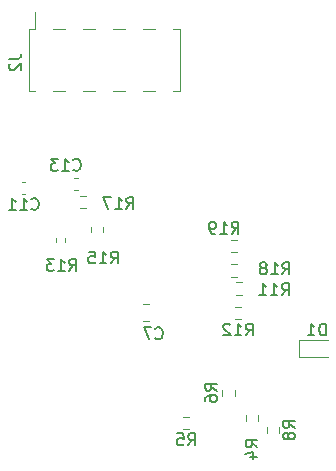
<source format=gbr>
%TF.GenerationSoftware,KiCad,Pcbnew,5.1.12-1.fc35*%
%TF.CreationDate,2022-01-06T14:18:27+00:00*%
%TF.ProjectId,cryosub_power_converter_top_v03,6372796f-7375-4625-9f70-6f7765725f63,rev?*%
%TF.SameCoordinates,Original*%
%TF.FileFunction,Legend,Bot*%
%TF.FilePolarity,Positive*%
%FSLAX45Y45*%
G04 Gerber Fmt 4.5, Leading zero omitted, Abs format (unit mm)*
G04 Created by KiCad (PCBNEW 5.1.12-1.fc35) date 2022-01-06 14:18:27*
%MOMM*%
%LPD*%
G01*
G04 APERTURE LIST*
%ADD10C,0.120000*%
%ADD11C,0.150000*%
%ADD12C,2.700000*%
%ADD13C,1.400000*%
%ADD14C,1.000000*%
%ADD15O,1.740000X2.190000*%
%ADD16R,1.000000X3.150000*%
%ADD17O,2.190000X1.740000*%
G04 APERTURE END LIST*
D10*
%TO.C,R13*%
X10789500Y-12311136D02*
X10789500Y-12341864D01*
X10865500Y-12311136D02*
X10865500Y-12341864D01*
%TO.C,R12*%
X12307028Y-12997250D02*
X12357972Y-12997250D01*
X12307028Y-12892750D02*
X12357972Y-12892750D01*
%TO.C,R11*%
X12365472Y-12682750D02*
X12314528Y-12682750D01*
X12365472Y-12787250D02*
X12314528Y-12787250D01*
%TO.C,R19*%
X12274528Y-12427250D02*
X12325472Y-12427250D01*
X12274528Y-12322750D02*
X12325472Y-12322750D01*
%TO.C,R18*%
X12325472Y-12530250D02*
X12274528Y-12530250D01*
X12325472Y-12634750D02*
X12274528Y-12634750D01*
%TO.C,R17*%
X10993774Y-12054750D02*
X11041226Y-12054750D01*
X10993774Y-11950250D02*
X11041226Y-11950250D01*
%TO.C,R15*%
X11085250Y-12211274D02*
X11085250Y-12258726D01*
X11189750Y-12211274D02*
X11189750Y-12258726D01*
%TO.C,C13*%
X10945942Y-11901000D02*
X10974058Y-11901000D01*
X10945942Y-11799000D02*
X10974058Y-11799000D01*
%TO.C,C11*%
X10503442Y-11933500D02*
X10531558Y-11933500D01*
X10503442Y-11831500D02*
X10531558Y-11831500D01*
%TO.C,D1*%
X13092500Y-13316000D02*
X12846500Y-13316000D01*
X12846500Y-13316000D02*
X12846500Y-13169000D01*
X12846500Y-13169000D02*
X13092500Y-13169000D01*
%TO.C,C7*%
X11528875Y-13011000D02*
X11581125Y-13011000D01*
X11528875Y-12864000D02*
X11581125Y-12864000D01*
%TO.C,J2*%
X10559000Y-10540000D02*
X10559000Y-11060000D01*
X11841000Y-10540000D02*
X11841000Y-11060000D01*
X10616000Y-10396000D02*
X10616000Y-10540000D01*
X10559000Y-10540000D02*
X10616000Y-10540000D01*
X10559000Y-11060000D02*
X10616000Y-11060000D01*
X11784000Y-10540000D02*
X11841000Y-10540000D01*
X11784000Y-11060000D02*
X11841000Y-11060000D01*
X10768000Y-10540000D02*
X10870000Y-10540000D01*
X10768000Y-11060000D02*
X10870000Y-11060000D01*
X11022000Y-10540000D02*
X11124000Y-10540000D01*
X11022000Y-11060000D02*
X11124000Y-11060000D01*
X11276000Y-10540000D02*
X11378000Y-10540000D01*
X11276000Y-11060000D02*
X11378000Y-11060000D01*
X11530000Y-10540000D02*
X11632000Y-10540000D01*
X11530000Y-11060000D02*
X11632000Y-11060000D01*
%TO.C,R4*%
X12397750Y-13808278D02*
X12397750Y-13859222D01*
X12502250Y-13808278D02*
X12502250Y-13859222D01*
%TO.C,R5*%
X11865778Y-13927250D02*
X11916722Y-13927250D01*
X11865778Y-13822750D02*
X11916722Y-13822750D01*
%TO.C,R6*%
X12197750Y-13590778D02*
X12197750Y-13641722D01*
X12302250Y-13590778D02*
X12302250Y-13641722D01*
%TO.C,R8*%
X12572750Y-13959222D02*
X12572750Y-13908278D01*
X12677250Y-13959222D02*
X12677250Y-13908278D01*
%TO.C,R13*%
D11*
X10901786Y-12587738D02*
X10935119Y-12540119D01*
X10958929Y-12587738D02*
X10958929Y-12487738D01*
X10920833Y-12487738D01*
X10911310Y-12492500D01*
X10906548Y-12497262D01*
X10901786Y-12506786D01*
X10901786Y-12521071D01*
X10906548Y-12530595D01*
X10911310Y-12535357D01*
X10920833Y-12540119D01*
X10958929Y-12540119D01*
X10806548Y-12587738D02*
X10863690Y-12587738D01*
X10835119Y-12587738D02*
X10835119Y-12487738D01*
X10844643Y-12502024D01*
X10854167Y-12511548D01*
X10863690Y-12516309D01*
X10773214Y-12487738D02*
X10711310Y-12487738D01*
X10744643Y-12525833D01*
X10730357Y-12525833D01*
X10720833Y-12530595D01*
X10716071Y-12535357D01*
X10711310Y-12544881D01*
X10711310Y-12568690D01*
X10716071Y-12578214D01*
X10720833Y-12582976D01*
X10730357Y-12587738D01*
X10758929Y-12587738D01*
X10768452Y-12582976D01*
X10773214Y-12578214D01*
%TO.C,R12*%
X12396786Y-13133238D02*
X12430119Y-13085619D01*
X12453928Y-13133238D02*
X12453928Y-13033238D01*
X12415833Y-13033238D01*
X12406309Y-13038000D01*
X12401548Y-13042762D01*
X12396786Y-13052286D01*
X12396786Y-13066571D01*
X12401548Y-13076095D01*
X12406309Y-13080857D01*
X12415833Y-13085619D01*
X12453928Y-13085619D01*
X12301548Y-13133238D02*
X12358690Y-13133238D01*
X12330119Y-13133238D02*
X12330119Y-13033238D01*
X12339643Y-13047524D01*
X12349167Y-13057048D01*
X12358690Y-13061809D01*
X12263452Y-13042762D02*
X12258690Y-13038000D01*
X12249167Y-13033238D01*
X12225357Y-13033238D01*
X12215833Y-13038000D01*
X12211071Y-13042762D01*
X12206309Y-13052286D01*
X12206309Y-13061809D01*
X12211071Y-13076095D01*
X12268214Y-13133238D01*
X12206309Y-13133238D01*
%TO.C,R11*%
X12701786Y-12792738D02*
X12735119Y-12745119D01*
X12758928Y-12792738D02*
X12758928Y-12692738D01*
X12720833Y-12692738D01*
X12711309Y-12697500D01*
X12706548Y-12702262D01*
X12701786Y-12711786D01*
X12701786Y-12726071D01*
X12706548Y-12735595D01*
X12711309Y-12740357D01*
X12720833Y-12745119D01*
X12758928Y-12745119D01*
X12606548Y-12792738D02*
X12663690Y-12792738D01*
X12635119Y-12792738D02*
X12635119Y-12692738D01*
X12644643Y-12707024D01*
X12654167Y-12716548D01*
X12663690Y-12721309D01*
X12511309Y-12792738D02*
X12568452Y-12792738D01*
X12539881Y-12792738D02*
X12539881Y-12692738D01*
X12549405Y-12707024D01*
X12558928Y-12716548D01*
X12568452Y-12721309D01*
%TO.C,R19*%
X12276786Y-12270238D02*
X12310119Y-12222619D01*
X12333928Y-12270238D02*
X12333928Y-12170238D01*
X12295833Y-12170238D01*
X12286309Y-12175000D01*
X12281548Y-12179762D01*
X12276786Y-12189286D01*
X12276786Y-12203571D01*
X12281548Y-12213095D01*
X12286309Y-12217857D01*
X12295833Y-12222619D01*
X12333928Y-12222619D01*
X12181548Y-12270238D02*
X12238690Y-12270238D01*
X12210119Y-12270238D02*
X12210119Y-12170238D01*
X12219643Y-12184524D01*
X12229167Y-12194048D01*
X12238690Y-12198809D01*
X12133928Y-12270238D02*
X12114881Y-12270238D01*
X12105357Y-12265476D01*
X12100595Y-12260714D01*
X12091071Y-12246428D01*
X12086309Y-12227381D01*
X12086309Y-12189286D01*
X12091071Y-12179762D01*
X12095833Y-12175000D01*
X12105357Y-12170238D01*
X12124405Y-12170238D01*
X12133928Y-12175000D01*
X12138690Y-12179762D01*
X12143452Y-12189286D01*
X12143452Y-12213095D01*
X12138690Y-12222619D01*
X12133928Y-12227381D01*
X12124405Y-12232143D01*
X12105357Y-12232143D01*
X12095833Y-12227381D01*
X12091071Y-12222619D01*
X12086309Y-12213095D01*
%TO.C,R18*%
X12706786Y-12615238D02*
X12740119Y-12567619D01*
X12763928Y-12615238D02*
X12763928Y-12515238D01*
X12725833Y-12515238D01*
X12716309Y-12520000D01*
X12711548Y-12524762D01*
X12706786Y-12534286D01*
X12706786Y-12548571D01*
X12711548Y-12558095D01*
X12716309Y-12562857D01*
X12725833Y-12567619D01*
X12763928Y-12567619D01*
X12611548Y-12615238D02*
X12668690Y-12615238D01*
X12640119Y-12615238D02*
X12640119Y-12515238D01*
X12649643Y-12529524D01*
X12659167Y-12539048D01*
X12668690Y-12543809D01*
X12554405Y-12558095D02*
X12563928Y-12553333D01*
X12568690Y-12548571D01*
X12573452Y-12539048D01*
X12573452Y-12534286D01*
X12568690Y-12524762D01*
X12563928Y-12520000D01*
X12554405Y-12515238D01*
X12535357Y-12515238D01*
X12525833Y-12520000D01*
X12521071Y-12524762D01*
X12516309Y-12534286D01*
X12516309Y-12539048D01*
X12521071Y-12548571D01*
X12525833Y-12553333D01*
X12535357Y-12558095D01*
X12554405Y-12558095D01*
X12563928Y-12562857D01*
X12568690Y-12567619D01*
X12573452Y-12577143D01*
X12573452Y-12596190D01*
X12568690Y-12605714D01*
X12563928Y-12610476D01*
X12554405Y-12615238D01*
X12535357Y-12615238D01*
X12525833Y-12610476D01*
X12521071Y-12605714D01*
X12516309Y-12596190D01*
X12516309Y-12577143D01*
X12521071Y-12567619D01*
X12525833Y-12562857D01*
X12535357Y-12558095D01*
%TO.C,R17*%
X11386786Y-12062738D02*
X11420119Y-12015119D01*
X11443928Y-12062738D02*
X11443928Y-11962738D01*
X11405833Y-11962738D01*
X11396309Y-11967500D01*
X11391548Y-11972262D01*
X11386786Y-11981786D01*
X11386786Y-11996071D01*
X11391548Y-12005595D01*
X11396309Y-12010357D01*
X11405833Y-12015119D01*
X11443928Y-12015119D01*
X11291548Y-12062738D02*
X11348690Y-12062738D01*
X11320119Y-12062738D02*
X11320119Y-11962738D01*
X11329643Y-11977024D01*
X11339167Y-11986548D01*
X11348690Y-11991309D01*
X11258214Y-11962738D02*
X11191548Y-11962738D01*
X11234405Y-12062738D01*
%TO.C,R15*%
X11254286Y-12522738D02*
X11287619Y-12475119D01*
X11311428Y-12522738D02*
X11311428Y-12422738D01*
X11273333Y-12422738D01*
X11263809Y-12427500D01*
X11259048Y-12432262D01*
X11254286Y-12441786D01*
X11254286Y-12456071D01*
X11259048Y-12465595D01*
X11263809Y-12470357D01*
X11273333Y-12475119D01*
X11311428Y-12475119D01*
X11159048Y-12522738D02*
X11216190Y-12522738D01*
X11187619Y-12522738D02*
X11187619Y-12422738D01*
X11197143Y-12437024D01*
X11206667Y-12446548D01*
X11216190Y-12451309D01*
X11068571Y-12422738D02*
X11116190Y-12422738D01*
X11120952Y-12470357D01*
X11116190Y-12465595D01*
X11106667Y-12460833D01*
X11082857Y-12460833D01*
X11073333Y-12465595D01*
X11068571Y-12470357D01*
X11063810Y-12479881D01*
X11063810Y-12503690D01*
X11068571Y-12513214D01*
X11073333Y-12517976D01*
X11082857Y-12522738D01*
X11106667Y-12522738D01*
X11116190Y-12517976D01*
X11120952Y-12513214D01*
%TO.C,C13*%
X10936786Y-11728214D02*
X10941548Y-11732976D01*
X10955833Y-11737738D01*
X10965357Y-11737738D01*
X10979643Y-11732976D01*
X10989167Y-11723452D01*
X10993929Y-11713928D01*
X10998690Y-11694881D01*
X10998690Y-11680595D01*
X10993929Y-11661548D01*
X10989167Y-11652024D01*
X10979643Y-11642500D01*
X10965357Y-11637738D01*
X10955833Y-11637738D01*
X10941548Y-11642500D01*
X10936786Y-11647262D01*
X10841548Y-11737738D02*
X10898690Y-11737738D01*
X10870119Y-11737738D02*
X10870119Y-11637738D01*
X10879643Y-11652024D01*
X10889167Y-11661548D01*
X10898690Y-11666309D01*
X10808214Y-11637738D02*
X10746310Y-11637738D01*
X10779643Y-11675833D01*
X10765357Y-11675833D01*
X10755833Y-11680595D01*
X10751071Y-11685357D01*
X10746310Y-11694881D01*
X10746310Y-11718690D01*
X10751071Y-11728214D01*
X10755833Y-11732976D01*
X10765357Y-11737738D01*
X10793929Y-11737738D01*
X10803452Y-11732976D01*
X10808214Y-11728214D01*
%TO.C,C11*%
X10581786Y-12061214D02*
X10586548Y-12065976D01*
X10600833Y-12070738D01*
X10610357Y-12070738D01*
X10624643Y-12065976D01*
X10634167Y-12056452D01*
X10638929Y-12046928D01*
X10643690Y-12027881D01*
X10643690Y-12013595D01*
X10638929Y-11994548D01*
X10634167Y-11985024D01*
X10624643Y-11975500D01*
X10610357Y-11970738D01*
X10600833Y-11970738D01*
X10586548Y-11975500D01*
X10581786Y-11980262D01*
X10486548Y-12070738D02*
X10543690Y-12070738D01*
X10515119Y-12070738D02*
X10515119Y-11970738D01*
X10524643Y-11985024D01*
X10534167Y-11994548D01*
X10543690Y-11999309D01*
X10391310Y-12070738D02*
X10448452Y-12070738D01*
X10419881Y-12070738D02*
X10419881Y-11970738D01*
X10429405Y-11985024D01*
X10438929Y-11994548D01*
X10448452Y-11999309D01*
%TO.C,D1*%
X13073809Y-13132738D02*
X13073809Y-13032738D01*
X13050000Y-13032738D01*
X13035714Y-13037500D01*
X13026190Y-13047024D01*
X13021428Y-13056548D01*
X13016667Y-13075595D01*
X13016667Y-13089881D01*
X13021428Y-13108928D01*
X13026190Y-13118452D01*
X13035714Y-13127976D01*
X13050000Y-13132738D01*
X13073809Y-13132738D01*
X12921428Y-13132738D02*
X12978571Y-13132738D01*
X12950000Y-13132738D02*
X12950000Y-13032738D01*
X12959524Y-13047024D01*
X12969048Y-13056548D01*
X12978571Y-13061309D01*
%TO.C,C7*%
X11631667Y-13155714D02*
X11636428Y-13160476D01*
X11650714Y-13165238D01*
X11660238Y-13165238D01*
X11674524Y-13160476D01*
X11684048Y-13150952D01*
X11688809Y-13141428D01*
X11693571Y-13122381D01*
X11693571Y-13108095D01*
X11688809Y-13089048D01*
X11684048Y-13079524D01*
X11674524Y-13070000D01*
X11660238Y-13065238D01*
X11650714Y-13065238D01*
X11636428Y-13070000D01*
X11631667Y-13074762D01*
X11598333Y-13065238D02*
X11531667Y-13065238D01*
X11574524Y-13165238D01*
%TO.C,J2*%
X10395238Y-10789167D02*
X10466667Y-10789167D01*
X10480952Y-10784405D01*
X10490476Y-10774881D01*
X10495238Y-10760595D01*
X10495238Y-10751071D01*
X10404762Y-10832024D02*
X10400000Y-10836786D01*
X10395238Y-10846310D01*
X10395238Y-10870119D01*
X10400000Y-10879643D01*
X10404762Y-10884405D01*
X10414286Y-10889167D01*
X10423810Y-10889167D01*
X10438095Y-10884405D01*
X10495238Y-10827262D01*
X10495238Y-10889167D01*
%TO.C,R4*%
X12495238Y-14078333D02*
X12447619Y-14045000D01*
X12495238Y-14021190D02*
X12395238Y-14021190D01*
X12395238Y-14059286D01*
X12400000Y-14068809D01*
X12404762Y-14073571D01*
X12414286Y-14078333D01*
X12428571Y-14078333D01*
X12438095Y-14073571D01*
X12442857Y-14068809D01*
X12447619Y-14059286D01*
X12447619Y-14021190D01*
X12428571Y-14164048D02*
X12495238Y-14164048D01*
X12390476Y-14140238D02*
X12461905Y-14116428D01*
X12461905Y-14178333D01*
%TO.C,R5*%
X11907917Y-14063238D02*
X11941250Y-14015619D01*
X11965059Y-14063238D02*
X11965059Y-13963238D01*
X11926964Y-13963238D01*
X11917440Y-13968000D01*
X11912678Y-13972762D01*
X11907917Y-13982286D01*
X11907917Y-13996571D01*
X11912678Y-14006095D01*
X11917440Y-14010857D01*
X11926964Y-14015619D01*
X11965059Y-14015619D01*
X11817440Y-13963238D02*
X11865059Y-13963238D01*
X11869821Y-14010857D01*
X11865059Y-14006095D01*
X11855536Y-14001333D01*
X11831726Y-14001333D01*
X11822202Y-14006095D01*
X11817440Y-14010857D01*
X11812678Y-14020381D01*
X11812678Y-14044190D01*
X11817440Y-14053714D01*
X11822202Y-14058476D01*
X11831726Y-14063238D01*
X11855536Y-14063238D01*
X11865059Y-14058476D01*
X11869821Y-14053714D01*
%TO.C,R6*%
X12152238Y-13599583D02*
X12104619Y-13566250D01*
X12152238Y-13542440D02*
X12052238Y-13542440D01*
X12052238Y-13580536D01*
X12057000Y-13590059D01*
X12061762Y-13594821D01*
X12071286Y-13599583D01*
X12085571Y-13599583D01*
X12095095Y-13594821D01*
X12099857Y-13590059D01*
X12104619Y-13580536D01*
X12104619Y-13542440D01*
X12052238Y-13685298D02*
X12052238Y-13666250D01*
X12057000Y-13656726D01*
X12061762Y-13651964D01*
X12076048Y-13642440D01*
X12095095Y-13637678D01*
X12133190Y-13637678D01*
X12142714Y-13642440D01*
X12147476Y-13647202D01*
X12152238Y-13656726D01*
X12152238Y-13675774D01*
X12147476Y-13685298D01*
X12142714Y-13690059D01*
X12133190Y-13694821D01*
X12109381Y-13694821D01*
X12099857Y-13690059D01*
X12095095Y-13685298D01*
X12090333Y-13675774D01*
X12090333Y-13656726D01*
X12095095Y-13647202D01*
X12099857Y-13642440D01*
X12109381Y-13637678D01*
%TO.C,R8*%
X12813238Y-13917083D02*
X12765619Y-13883750D01*
X12813238Y-13859940D02*
X12713238Y-13859940D01*
X12713238Y-13898036D01*
X12718000Y-13907559D01*
X12722762Y-13912321D01*
X12732286Y-13917083D01*
X12746571Y-13917083D01*
X12756095Y-13912321D01*
X12760857Y-13907559D01*
X12765619Y-13898036D01*
X12765619Y-13859940D01*
X12756095Y-13974226D02*
X12751333Y-13964702D01*
X12746571Y-13959940D01*
X12737048Y-13955178D01*
X12732286Y-13955178D01*
X12722762Y-13959940D01*
X12718000Y-13964702D01*
X12713238Y-13974226D01*
X12713238Y-13993274D01*
X12718000Y-14002798D01*
X12722762Y-14007559D01*
X12732286Y-14012321D01*
X12737048Y-14012321D01*
X12746571Y-14007559D01*
X12751333Y-14002798D01*
X12756095Y-13993274D01*
X12756095Y-13974226D01*
X12760857Y-13964702D01*
X12765619Y-13959940D01*
X12775143Y-13955178D01*
X12794190Y-13955178D01*
X12803714Y-13959940D01*
X12808476Y-13964702D01*
X12813238Y-13974226D01*
X12813238Y-13993274D01*
X12808476Y-14002798D01*
X12803714Y-14007559D01*
X12794190Y-14012321D01*
X12775143Y-14012321D01*
X12765619Y-14007559D01*
X12760857Y-14002798D01*
X12756095Y-13993274D01*
%TD*%
%LPC*%
D12*
%TO.C,H3*%
X13000000Y-14100000D03*
%TD*%
%TO.C,H2*%
X12600000Y-11300000D03*
%TD*%
%TO.C,H1*%
X10400000Y-14100000D03*
%TD*%
D13*
%TO.C,TP2*%
X10900000Y-12900000D03*
X10646000Y-12900000D03*
%TD*%
%TO.C,R13*%
G36*
G01*
X10809000Y-12350500D02*
X10846000Y-12350500D01*
G75*
G02*
X10859500Y-12364000I0J-13500D01*
G01*
X10859500Y-12391000D01*
G75*
G02*
X10846000Y-12404500I-13500J0D01*
G01*
X10809000Y-12404500D01*
G75*
G02*
X10795500Y-12391000I0J13500D01*
G01*
X10795500Y-12364000D01*
G75*
G02*
X10809000Y-12350500I13500J0D01*
G01*
G37*
G36*
G01*
X10809000Y-12248500D02*
X10846000Y-12248500D01*
G75*
G02*
X10859500Y-12262000I0J-13500D01*
G01*
X10859500Y-12289000D01*
G75*
G02*
X10846000Y-12302500I-13500J0D01*
G01*
X10809000Y-12302500D01*
G75*
G02*
X10795500Y-12289000I0J13500D01*
G01*
X10795500Y-12262000D01*
G75*
G02*
X10809000Y-12248500I13500J0D01*
G01*
G37*
%TD*%
D14*
%TO.C,TP1*%
X11302500Y-12165000D03*
%TD*%
%TO.C,R12*%
G36*
G01*
X12375000Y-12968750D02*
X12375000Y-12921250D01*
G75*
G02*
X12398750Y-12897500I23750J0D01*
G01*
X12448750Y-12897500D01*
G75*
G02*
X12472500Y-12921250I0J-23750D01*
G01*
X12472500Y-12968750D01*
G75*
G02*
X12448750Y-12992500I-23750J0D01*
G01*
X12398750Y-12992500D01*
G75*
G02*
X12375000Y-12968750I0J23750D01*
G01*
G37*
G36*
G01*
X12192500Y-12968750D02*
X12192500Y-12921250D01*
G75*
G02*
X12216250Y-12897500I23750J0D01*
G01*
X12266250Y-12897500D01*
G75*
G02*
X12290000Y-12921250I0J-23750D01*
G01*
X12290000Y-12968750D01*
G75*
G02*
X12266250Y-12992500I-23750J0D01*
G01*
X12216250Y-12992500D01*
G75*
G02*
X12192500Y-12968750I0J23750D01*
G01*
G37*
%TD*%
%TO.C,R11*%
G36*
G01*
X12297500Y-12711250D02*
X12297500Y-12758750D01*
G75*
G02*
X12273750Y-12782500I-23750J0D01*
G01*
X12223750Y-12782500D01*
G75*
G02*
X12200000Y-12758750I0J23750D01*
G01*
X12200000Y-12711250D01*
G75*
G02*
X12223750Y-12687500I23750J0D01*
G01*
X12273750Y-12687500D01*
G75*
G02*
X12297500Y-12711250I0J-23750D01*
G01*
G37*
G36*
G01*
X12480000Y-12711250D02*
X12480000Y-12758750D01*
G75*
G02*
X12456250Y-12782500I-23750J0D01*
G01*
X12406250Y-12782500D01*
G75*
G02*
X12382500Y-12758750I0J23750D01*
G01*
X12382500Y-12711250D01*
G75*
G02*
X12406250Y-12687500I23750J0D01*
G01*
X12456250Y-12687500D01*
G75*
G02*
X12480000Y-12711250I0J-23750D01*
G01*
G37*
%TD*%
%TO.C,R19*%
G36*
G01*
X12342500Y-12398750D02*
X12342500Y-12351250D01*
G75*
G02*
X12366250Y-12327500I23750J0D01*
G01*
X12416250Y-12327500D01*
G75*
G02*
X12440000Y-12351250I0J-23750D01*
G01*
X12440000Y-12398750D01*
G75*
G02*
X12416250Y-12422500I-23750J0D01*
G01*
X12366250Y-12422500D01*
G75*
G02*
X12342500Y-12398750I0J23750D01*
G01*
G37*
G36*
G01*
X12160000Y-12398750D02*
X12160000Y-12351250D01*
G75*
G02*
X12183750Y-12327500I23750J0D01*
G01*
X12233750Y-12327500D01*
G75*
G02*
X12257500Y-12351250I0J-23750D01*
G01*
X12257500Y-12398750D01*
G75*
G02*
X12233750Y-12422500I-23750J0D01*
G01*
X12183750Y-12422500D01*
G75*
G02*
X12160000Y-12398750I0J23750D01*
G01*
G37*
%TD*%
%TO.C,R18*%
G36*
G01*
X12257500Y-12558750D02*
X12257500Y-12606250D01*
G75*
G02*
X12233750Y-12630000I-23750J0D01*
G01*
X12183750Y-12630000D01*
G75*
G02*
X12160000Y-12606250I0J23750D01*
G01*
X12160000Y-12558750D01*
G75*
G02*
X12183750Y-12535000I23750J0D01*
G01*
X12233750Y-12535000D01*
G75*
G02*
X12257500Y-12558750I0J-23750D01*
G01*
G37*
G36*
G01*
X12440000Y-12558750D02*
X12440000Y-12606250D01*
G75*
G02*
X12416250Y-12630000I-23750J0D01*
G01*
X12366250Y-12630000D01*
G75*
G02*
X12342500Y-12606250I0J23750D01*
G01*
X12342500Y-12558750D01*
G75*
G02*
X12366250Y-12535000I23750J0D01*
G01*
X12416250Y-12535000D01*
G75*
G02*
X12440000Y-12558750I0J-23750D01*
G01*
G37*
%TD*%
%TO.C,R17*%
G36*
G01*
X11060000Y-12030000D02*
X11060000Y-11975000D01*
G75*
G02*
X11080000Y-11955000I20000J0D01*
G01*
X11120000Y-11955000D01*
G75*
G02*
X11140000Y-11975000I0J-20000D01*
G01*
X11140000Y-12030000D01*
G75*
G02*
X11120000Y-12050000I-20000J0D01*
G01*
X11080000Y-12050000D01*
G75*
G02*
X11060000Y-12030000I0J20000D01*
G01*
G37*
G36*
G01*
X10895000Y-12030000D02*
X10895000Y-11975000D01*
G75*
G02*
X10915000Y-11955000I20000J0D01*
G01*
X10955000Y-11955000D01*
G75*
G02*
X10975000Y-11975000I0J-20000D01*
G01*
X10975000Y-12030000D01*
G75*
G02*
X10955000Y-12050000I-20000J0D01*
G01*
X10915000Y-12050000D01*
G75*
G02*
X10895000Y-12030000I0J20000D01*
G01*
G37*
%TD*%
%TO.C,R15*%
G36*
G01*
X11110000Y-12277500D02*
X11165000Y-12277500D01*
G75*
G02*
X11185000Y-12297500I0J-20000D01*
G01*
X11185000Y-12337500D01*
G75*
G02*
X11165000Y-12357500I-20000J0D01*
G01*
X11110000Y-12357500D01*
G75*
G02*
X11090000Y-12337500I0J20000D01*
G01*
X11090000Y-12297500D01*
G75*
G02*
X11110000Y-12277500I20000J0D01*
G01*
G37*
G36*
G01*
X11110000Y-12112500D02*
X11165000Y-12112500D01*
G75*
G02*
X11185000Y-12132500I0J-20000D01*
G01*
X11185000Y-12172500D01*
G75*
G02*
X11165000Y-12192500I-20000J0D01*
G01*
X11110000Y-12192500D01*
G75*
G02*
X11090000Y-12172500I0J20000D01*
G01*
X11090000Y-12132500D01*
G75*
G02*
X11110000Y-12112500I20000J0D01*
G01*
G37*
%TD*%
D15*
%TO.C,J4*%
X12107500Y-11632500D03*
G36*
G01*
X11766500Y-11717000D02*
X11766500Y-11548000D01*
G75*
G02*
X11791500Y-11523000I25000J0D01*
G01*
X11915500Y-11523000D01*
G75*
G02*
X11940500Y-11548000I0J-25000D01*
G01*
X11940500Y-11717000D01*
G75*
G02*
X11915500Y-11742000I-25000J0D01*
G01*
X11791500Y-11742000D01*
G75*
G02*
X11766500Y-11717000I0J25000D01*
G01*
G37*
%TD*%
%TO.C,C13*%
G36*
G01*
X10992500Y-11875000D02*
X10992500Y-11825000D01*
G75*
G02*
X11015000Y-11802500I22500J0D01*
G01*
X11060000Y-11802500D01*
G75*
G02*
X11082500Y-11825000I0J-22500D01*
G01*
X11082500Y-11875000D01*
G75*
G02*
X11060000Y-11897500I-22500J0D01*
G01*
X11015000Y-11897500D01*
G75*
G02*
X10992500Y-11875000I0J22500D01*
G01*
G37*
G36*
G01*
X10837500Y-11875000D02*
X10837500Y-11825000D01*
G75*
G02*
X10860000Y-11802500I22500J0D01*
G01*
X10905000Y-11802500D01*
G75*
G02*
X10927500Y-11825000I0J-22500D01*
G01*
X10927500Y-11875000D01*
G75*
G02*
X10905000Y-11897500I-22500J0D01*
G01*
X10860000Y-11897500D01*
G75*
G02*
X10837500Y-11875000I0J22500D01*
G01*
G37*
%TD*%
%TO.C,C11*%
G36*
G01*
X10550000Y-11907500D02*
X10550000Y-11857500D01*
G75*
G02*
X10572500Y-11835000I22500J0D01*
G01*
X10617500Y-11835000D01*
G75*
G02*
X10640000Y-11857500I0J-22500D01*
G01*
X10640000Y-11907500D01*
G75*
G02*
X10617500Y-11930000I-22500J0D01*
G01*
X10572500Y-11930000D01*
G75*
G02*
X10550000Y-11907500I0J22500D01*
G01*
G37*
G36*
G01*
X10395000Y-11907500D02*
X10395000Y-11857500D01*
G75*
G02*
X10417500Y-11835000I22500J0D01*
G01*
X10462500Y-11835000D01*
G75*
G02*
X10485000Y-11857500I0J-22500D01*
G01*
X10485000Y-11907500D01*
G75*
G02*
X10462500Y-11930000I-22500J0D01*
G01*
X10417500Y-11930000D01*
G75*
G02*
X10395000Y-11907500I0J22500D01*
G01*
G37*
%TD*%
%TO.C,J1*%
X13129000Y-13492500D03*
G36*
G01*
X12788000Y-13577000D02*
X12788000Y-13408000D01*
G75*
G02*
X12813000Y-13383000I25000J0D01*
G01*
X12937000Y-13383000D01*
G75*
G02*
X12962000Y-13408000I0J-25000D01*
G01*
X12962000Y-13577000D01*
G75*
G02*
X12937000Y-13602000I-25000J0D01*
G01*
X12813000Y-13602000D01*
G75*
G02*
X12788000Y-13577000I0J25000D01*
G01*
G37*
%TD*%
%TO.C,D1*%
G36*
G01*
X13047500Y-13266250D02*
X13047500Y-13218750D01*
G75*
G02*
X13071250Y-13195000I23750J0D01*
G01*
X13128750Y-13195000D01*
G75*
G02*
X13152500Y-13218750I0J-23750D01*
G01*
X13152500Y-13266250D01*
G75*
G02*
X13128750Y-13290000I-23750J0D01*
G01*
X13071250Y-13290000D01*
G75*
G02*
X13047500Y-13266250I0J23750D01*
G01*
G37*
G36*
G01*
X12872500Y-13266250D02*
X12872500Y-13218750D01*
G75*
G02*
X12896250Y-13195000I23750J0D01*
G01*
X12953750Y-13195000D01*
G75*
G02*
X12977500Y-13218750I0J-23750D01*
G01*
X12977500Y-13266250D01*
G75*
G02*
X12953750Y-13290000I-23750J0D01*
G01*
X12896250Y-13290000D01*
G75*
G02*
X12872500Y-13266250I0J23750D01*
G01*
G37*
%TD*%
%TO.C,C7*%
G36*
G01*
X11600000Y-12985000D02*
X11600000Y-12890000D01*
G75*
G02*
X11625000Y-12865000I25000J0D01*
G01*
X11692500Y-12865000D01*
G75*
G02*
X11717500Y-12890000I0J-25000D01*
G01*
X11717500Y-12985000D01*
G75*
G02*
X11692500Y-13010000I-25000J0D01*
G01*
X11625000Y-13010000D01*
G75*
G02*
X11600000Y-12985000I0J25000D01*
G01*
G37*
G36*
G01*
X11392500Y-12985000D02*
X11392500Y-12890000D01*
G75*
G02*
X11417500Y-12865000I25000J0D01*
G01*
X11485000Y-12865000D01*
G75*
G02*
X11510000Y-12890000I0J-25000D01*
G01*
X11510000Y-12985000D01*
G75*
G02*
X11485000Y-13010000I-25000J0D01*
G01*
X11417500Y-13010000D01*
G75*
G02*
X11392500Y-12985000I0J25000D01*
G01*
G37*
%TD*%
D16*
%TO.C,J2*%
X11708000Y-11052500D03*
X11708000Y-10547500D03*
X11454000Y-11052500D03*
X11454000Y-10547500D03*
X11200000Y-11052500D03*
X11200000Y-10547500D03*
X10946000Y-11052500D03*
X10946000Y-10547500D03*
X10692000Y-11052500D03*
X10692000Y-10547500D03*
%TD*%
D17*
%TO.C,J3*%
X12600000Y-10346000D03*
G36*
G01*
X12684500Y-10687000D02*
X12515500Y-10687000D01*
G75*
G02*
X12490500Y-10662000I0J25000D01*
G01*
X12490500Y-10538000D01*
G75*
G02*
X12515500Y-10513000I25000J0D01*
G01*
X12684500Y-10513000D01*
G75*
G02*
X12709500Y-10538000I0J-25000D01*
G01*
X12709500Y-10662000D01*
G75*
G02*
X12684500Y-10687000I-25000J0D01*
G01*
G37*
%TD*%
%TO.C,R4*%
G36*
G01*
X12426250Y-13876250D02*
X12473750Y-13876250D01*
G75*
G02*
X12497500Y-13900000I0J-23750D01*
G01*
X12497500Y-13950000D01*
G75*
G02*
X12473750Y-13973750I-23750J0D01*
G01*
X12426250Y-13973750D01*
G75*
G02*
X12402500Y-13950000I0J23750D01*
G01*
X12402500Y-13900000D01*
G75*
G02*
X12426250Y-13876250I23750J0D01*
G01*
G37*
G36*
G01*
X12426250Y-13693750D02*
X12473750Y-13693750D01*
G75*
G02*
X12497500Y-13717500I0J-23750D01*
G01*
X12497500Y-13767500D01*
G75*
G02*
X12473750Y-13791250I-23750J0D01*
G01*
X12426250Y-13791250D01*
G75*
G02*
X12402500Y-13767500I0J23750D01*
G01*
X12402500Y-13717500D01*
G75*
G02*
X12426250Y-13693750I23750J0D01*
G01*
G37*
%TD*%
%TO.C,R5*%
G36*
G01*
X11933750Y-13898750D02*
X11933750Y-13851250D01*
G75*
G02*
X11957500Y-13827500I23750J0D01*
G01*
X12007500Y-13827500D01*
G75*
G02*
X12031250Y-13851250I0J-23750D01*
G01*
X12031250Y-13898750D01*
G75*
G02*
X12007500Y-13922500I-23750J0D01*
G01*
X11957500Y-13922500D01*
G75*
G02*
X11933750Y-13898750I0J23750D01*
G01*
G37*
G36*
G01*
X11751250Y-13898750D02*
X11751250Y-13851250D01*
G75*
G02*
X11775000Y-13827500I23750J0D01*
G01*
X11825000Y-13827500D01*
G75*
G02*
X11848750Y-13851250I0J-23750D01*
G01*
X11848750Y-13898750D01*
G75*
G02*
X11825000Y-13922500I-23750J0D01*
G01*
X11775000Y-13922500D01*
G75*
G02*
X11751250Y-13898750I0J23750D01*
G01*
G37*
%TD*%
%TO.C,R6*%
G36*
G01*
X12226250Y-13658750D02*
X12273750Y-13658750D01*
G75*
G02*
X12297500Y-13682500I0J-23750D01*
G01*
X12297500Y-13732500D01*
G75*
G02*
X12273750Y-13756250I-23750J0D01*
G01*
X12226250Y-13756250D01*
G75*
G02*
X12202500Y-13732500I0J23750D01*
G01*
X12202500Y-13682500D01*
G75*
G02*
X12226250Y-13658750I23750J0D01*
G01*
G37*
G36*
G01*
X12226250Y-13476250D02*
X12273750Y-13476250D01*
G75*
G02*
X12297500Y-13500000I0J-23750D01*
G01*
X12297500Y-13550000D01*
G75*
G02*
X12273750Y-13573750I-23750J0D01*
G01*
X12226250Y-13573750D01*
G75*
G02*
X12202500Y-13550000I0J23750D01*
G01*
X12202500Y-13500000D01*
G75*
G02*
X12226250Y-13476250I23750J0D01*
G01*
G37*
%TD*%
%TO.C,R8*%
G36*
G01*
X12648750Y-14073750D02*
X12601250Y-14073750D01*
G75*
G02*
X12577500Y-14050000I0J23750D01*
G01*
X12577500Y-14000000D01*
G75*
G02*
X12601250Y-13976250I23750J0D01*
G01*
X12648750Y-13976250D01*
G75*
G02*
X12672500Y-14000000I0J-23750D01*
G01*
X12672500Y-14050000D01*
G75*
G02*
X12648750Y-14073750I-23750J0D01*
G01*
G37*
G36*
G01*
X12648750Y-13891250D02*
X12601250Y-13891250D01*
G75*
G02*
X12577500Y-13867500I0J23750D01*
G01*
X12577500Y-13817500D01*
G75*
G02*
X12601250Y-13793750I23750J0D01*
G01*
X12648750Y-13793750D01*
G75*
G02*
X12672500Y-13817500I0J-23750D01*
G01*
X12672500Y-13867500D01*
G75*
G02*
X12648750Y-13891250I-23750J0D01*
G01*
G37*
%TD*%
M02*

</source>
